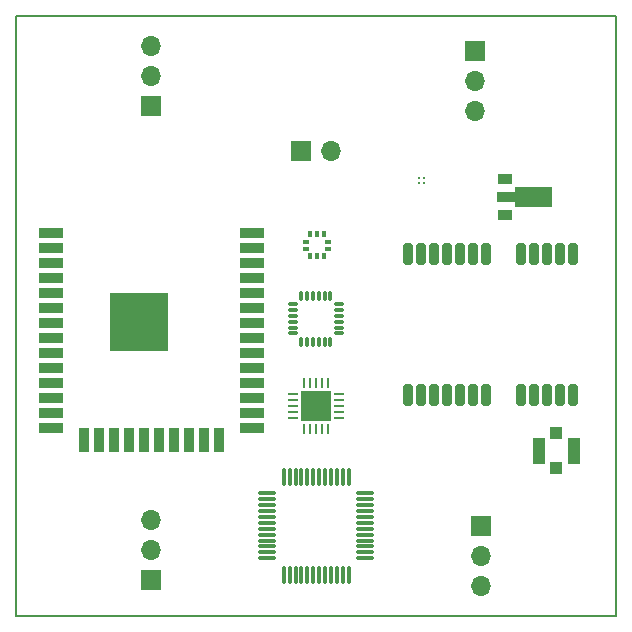
<source format=gbr>
%TF.GenerationSoftware,KiCad,Pcbnew,6.0.4*%
%TF.CreationDate,2022-04-20T20:25:44+02:00*%
%TF.ProjectId,main_pcb,6d61696e-5f70-4636-922e-6b696361645f,rev?*%
%TF.SameCoordinates,Original*%
%TF.FileFunction,Copper,L1,Top*%
%TF.FilePolarity,Positive*%
%FSLAX46Y46*%
G04 Gerber Fmt 4.6, Leading zero omitted, Abs format (unit mm)*
G04 Created by KiCad (PCBNEW 6.0.4) date 2022-04-20 20:25:44*
%MOMM*%
%LPD*%
G01*
G04 APERTURE LIST*
G04 Aperture macros list*
%AMRoundRect*
0 Rectangle with rounded corners*
0 $1 Rounding radius*
0 $2 $3 $4 $5 $6 $7 $8 $9 X,Y pos of 4 corners*
0 Add a 4 corners polygon primitive as box body*
4,1,4,$2,$3,$4,$5,$6,$7,$8,$9,$2,$3,0*
0 Add four circle primitives for the rounded corners*
1,1,$1+$1,$2,$3*
1,1,$1+$1,$4,$5*
1,1,$1+$1,$6,$7*
1,1,$1+$1,$8,$9*
0 Add four rect primitives between the rounded corners*
20,1,$1+$1,$2,$3,$4,$5,0*
20,1,$1+$1,$4,$5,$6,$7,0*
20,1,$1+$1,$6,$7,$8,$9,0*
20,1,$1+$1,$8,$9,$2,$3,0*%
%AMFreePoly0*
4,1,9,3.862500,-0.866500,0.737500,-0.866500,0.737500,-0.450000,-0.737500,-0.450000,-0.737500,0.450000,0.737500,0.450000,0.737500,0.866500,3.862500,0.866500,3.862500,-0.866500,3.862500,-0.866500,$1*%
G04 Aperture macros list end*
%TA.AperFunction,NonConductor*%
%ADD10C,0.200000*%
%TD*%
%TA.AperFunction,ComponentPad*%
%ADD11R,1.700000X1.700000*%
%TD*%
%TA.AperFunction,ComponentPad*%
%ADD12O,1.700000X1.700000*%
%TD*%
%TA.AperFunction,SMDPad,CuDef*%
%ADD13RoundRect,0.062500X-0.350000X-0.062500X0.350000X-0.062500X0.350000X0.062500X-0.350000X0.062500X0*%
%TD*%
%TA.AperFunction,SMDPad,CuDef*%
%ADD14RoundRect,0.062500X-0.062500X-0.350000X0.062500X-0.350000X0.062500X0.350000X-0.062500X0.350000X0*%
%TD*%
%TA.AperFunction,SMDPad,CuDef*%
%ADD15R,2.500000X2.500000*%
%TD*%
%TA.AperFunction,SMDPad,CuDef*%
%ADD16R,2.000000X0.900000*%
%TD*%
%TA.AperFunction,SMDPad,CuDef*%
%ADD17R,0.900000X2.000000*%
%TD*%
%TA.AperFunction,SMDPad,CuDef*%
%ADD18R,5.000000X5.000000*%
%TD*%
%TA.AperFunction,SMDPad,CuDef*%
%ADD19RoundRect,0.075000X-0.350000X-0.075000X0.350000X-0.075000X0.350000X0.075000X-0.350000X0.075000X0*%
%TD*%
%TA.AperFunction,SMDPad,CuDef*%
%ADD20RoundRect,0.075000X0.075000X-0.350000X0.075000X0.350000X-0.075000X0.350000X-0.075000X-0.350000X0*%
%TD*%
%TA.AperFunction,SMDPad,CuDef*%
%ADD21R,1.000000X1.000000*%
%TD*%
%TA.AperFunction,SMDPad,CuDef*%
%ADD22R,1.050000X2.200000*%
%TD*%
%TA.AperFunction,SMDPad,CuDef*%
%ADD23RoundRect,0.100000X-0.175000X-0.100000X0.175000X-0.100000X0.175000X0.100000X-0.175000X0.100000X0*%
%TD*%
%TA.AperFunction,SMDPad,CuDef*%
%ADD24RoundRect,0.100000X-0.100000X-0.175000X0.100000X-0.175000X0.100000X0.175000X-0.100000X0.175000X0*%
%TD*%
%TA.AperFunction,SMDPad,CuDef*%
%ADD25RoundRect,0.075000X-0.662500X-0.075000X0.662500X-0.075000X0.662500X0.075000X-0.662500X0.075000X0*%
%TD*%
%TA.AperFunction,SMDPad,CuDef*%
%ADD26RoundRect,0.075000X-0.075000X-0.662500X0.075000X-0.662500X0.075000X0.662500X-0.075000X0.662500X0*%
%TD*%
%TA.AperFunction,SMDPad,CuDef*%
%ADD27R,1.300000X0.900000*%
%TD*%
%TA.AperFunction,SMDPad,CuDef*%
%ADD28FreePoly0,0.000000*%
%TD*%
%TA.AperFunction,SMDPad,CuDef*%
%ADD29RoundRect,0.200000X0.200000X-0.700000X0.200000X0.700000X-0.200000X0.700000X-0.200000X-0.700000X0*%
%TD*%
%TA.AperFunction,SMDPad,CuDef*%
%ADD30C,0.250000*%
%TD*%
G04 APERTURE END LIST*
D10*
X101600000Y-25400000D02*
X152400000Y-25400000D01*
X152400000Y-25400000D02*
X152400000Y-76200000D01*
X152400000Y-76200000D02*
X101600000Y-76200000D01*
X101600000Y-76200000D02*
X101600000Y-25400000D01*
D11*
%TO.P,bat_power1,1,Pin_1*%
%TO.N,unconnected-(bat_power1-Pad1)*%
X125730000Y-36830000D03*
D12*
%TO.P,bat_power1,2,Pin_2*%
%TO.N,unconnected-(bat_power1-Pad2)*%
X128270000Y-36830000D03*
%TD*%
D13*
%TO.P,U2,1,CE*%
%TO.N,CE*%
X125062500Y-57420000D03*
%TO.P,U2,2,CSN*%
%TO.N,CSN*%
X125062500Y-57920000D03*
%TO.P,U2,3,SCK*%
%TO.N,SCK*%
X125062500Y-58420000D03*
%TO.P,U2,4,MOSI*%
%TO.N,MISO*%
X125062500Y-58920000D03*
%TO.P,U2,5,MISO*%
%TO.N,MOSI*%
X125062500Y-59420000D03*
D14*
%TO.P,U2,6,IRQ*%
%TO.N,IRQ*%
X126000000Y-60357500D03*
%TO.P,U2,7,VDD*%
%TO.N,+3V3*%
X126500000Y-60357500D03*
%TO.P,U2,8,VSS*%
%TO.N,GND*%
X127000000Y-60357500D03*
%TO.P,U2,9,XC2*%
%TO.N,Net-(C1-Pad1)*%
X127500000Y-60357500D03*
%TO.P,U2,10,XC1*%
%TO.N,Net-(C2-Pad1)*%
X128000000Y-60357500D03*
D13*
%TO.P,U2,11,VDD_PA*%
%TO.N,Net-(C3-Pad2)*%
X128937500Y-59420000D03*
%TO.P,U2,12,ANT1*%
%TO.N,Net-(L2-Pad1)*%
X128937500Y-58920000D03*
%TO.P,U2,13,ANT2*%
%TO.N,Net-(L3-Pad1)*%
X128937500Y-58420000D03*
%TO.P,U2,14,VSS*%
%TO.N,GND*%
X128937500Y-57920000D03*
%TO.P,U2,15,VDD*%
%TO.N,+3V3*%
X128937500Y-57420000D03*
D14*
%TO.P,U2,16,IREF*%
%TO.N,Net-(R2-Pad1)*%
X128000000Y-56482500D03*
%TO.P,U2,17,VSS*%
%TO.N,GND*%
X127500000Y-56482500D03*
%TO.P,U2,18,VDD*%
%TO.N,+3V3*%
X127000000Y-56482500D03*
%TO.P,U2,19,DVDD*%
%TO.N,Net-(C7-Pad2)*%
X126500000Y-56482500D03*
%TO.P,U2,20,VSS*%
%TO.N,GND*%
X126000000Y-56482500D03*
D15*
%TO.P,U2,21*%
%TO.N,N/C*%
X127000000Y-58420000D03*
%TD*%
D12*
%TO.P,M4,3,Pin_3*%
%TO.N,unconnected-(M4-Pad3)*%
X113030000Y-68120000D03*
%TO.P,M4,2,Pin_2*%
%TO.N,unconnected-(M4-Pad2)*%
X113030000Y-70660000D03*
D11*
%TO.P,M4,1,Pin_1*%
%TO.N,unconnected-(M4-Pad1)*%
X113030000Y-73200000D03*
%TD*%
%TO.P,M3,1,Pin_1*%
%TO.N,unconnected-(M3-Pad1)*%
X140400000Y-28400000D03*
D12*
%TO.P,M3,2,Pin_2*%
%TO.N,unconnected-(M3-Pad2)*%
X140400000Y-30940000D03*
%TO.P,M3,3,Pin_3*%
%TO.N,unconnected-(M3-Pad3)*%
X140400000Y-33480000D03*
%TD*%
%TO.P,M2,3,Pin_3*%
%TO.N,unconnected-(M2-Pad3)*%
X140970000Y-73660000D03*
%TO.P,M2,2,Pin_2*%
%TO.N,unconnected-(M2-Pad2)*%
X140970000Y-71120000D03*
D11*
%TO.P,M2,1,Pin_1*%
%TO.N,unconnected-(M2-Pad1)*%
X140970000Y-68580000D03*
%TD*%
D12*
%TO.P,M1,3,Pin_3*%
%TO.N,unconnected-(M1-Pad3)*%
X113030000Y-27940000D03*
%TO.P,M1,2,Pin_2*%
%TO.N,unconnected-(M1-Pad2)*%
X113030000Y-30480000D03*
D11*
%TO.P,M1,1,Pin_1*%
%TO.N,unconnected-(M1-Pad1)*%
X113030000Y-33020000D03*
%TD*%
D16*
%TO.P,U8,1,GND*%
%TO.N,Net-(U8-Pad1)*%
X104530000Y-43815000D03*
%TO.P,U8,2,VDD*%
%TO.N,unconnected-(U8-Pad2)*%
X104530000Y-45085000D03*
%TO.P,U8,3,EN*%
%TO.N,unconnected-(U8-Pad3)*%
X104530000Y-46355000D03*
%TO.P,U8,4,SENSOR_VP*%
%TO.N,unconnected-(U8-Pad4)*%
X104530000Y-47625000D03*
%TO.P,U8,5,SENSOR_VN*%
%TO.N,unconnected-(U8-Pad5)*%
X104530000Y-48895000D03*
%TO.P,U8,6,IO34*%
%TO.N,unconnected-(U8-Pad6)*%
X104530000Y-50165000D03*
%TO.P,U8,7,IO35*%
%TO.N,unconnected-(U8-Pad7)*%
X104530000Y-51435000D03*
%TO.P,U8,8,IO32*%
%TO.N,unconnected-(U8-Pad8)*%
X104530000Y-52705000D03*
%TO.P,U8,9,IO33*%
%TO.N,unconnected-(U8-Pad9)*%
X104530000Y-53975000D03*
%TO.P,U8,10,IO25*%
%TO.N,unconnected-(U8-Pad10)*%
X104530000Y-55245000D03*
%TO.P,U8,11,IO26*%
%TO.N,unconnected-(U8-Pad11)*%
X104530000Y-56515000D03*
%TO.P,U8,12,IO27*%
%TO.N,unconnected-(U8-Pad12)*%
X104530000Y-57785000D03*
%TO.P,U8,13,IO14*%
%TO.N,unconnected-(U8-Pad13)*%
X104530000Y-59055000D03*
%TO.P,U8,14,IO12*%
%TO.N,unconnected-(U8-Pad14)*%
X104530000Y-60325000D03*
D17*
%TO.P,U8,15,GND*%
%TO.N,Net-(U8-Pad1)*%
X107315000Y-61325000D03*
%TO.P,U8,16,IO13*%
%TO.N,unconnected-(U8-Pad16)*%
X108585000Y-61325000D03*
%TO.P,U8,17,SHD/SD2*%
%TO.N,unconnected-(U8-Pad17)*%
X109855000Y-61325000D03*
%TO.P,U8,18,SWP/SD3*%
%TO.N,unconnected-(U8-Pad18)*%
X111125000Y-61325000D03*
%TO.P,U8,19,SCS/CMD*%
%TO.N,unconnected-(U8-Pad19)*%
X112395000Y-61325000D03*
%TO.P,U8,20,SCK/CLK*%
%TO.N,unconnected-(U8-Pad20)*%
X113665000Y-61325000D03*
%TO.P,U8,21,SDO/SD0*%
%TO.N,unconnected-(U8-Pad21)*%
X114935000Y-61325000D03*
%TO.P,U8,22,SDI/SD1*%
%TO.N,unconnected-(U8-Pad22)*%
X116205000Y-61325000D03*
%TO.P,U8,23,IO15*%
%TO.N,unconnected-(U8-Pad23)*%
X117475000Y-61325000D03*
%TO.P,U8,24,IO2*%
%TO.N,unconnected-(U8-Pad24)*%
X118745000Y-61325000D03*
D16*
%TO.P,U8,25,IO0*%
%TO.N,unconnected-(U8-Pad25)*%
X121530000Y-60325000D03*
%TO.P,U8,26,IO4*%
%TO.N,unconnected-(U8-Pad26)*%
X121530000Y-59055000D03*
%TO.P,U8,27,IO16*%
%TO.N,unconnected-(U8-Pad27)*%
X121530000Y-57785000D03*
%TO.P,U8,28,IO17*%
%TO.N,unconnected-(U8-Pad28)*%
X121530000Y-56515000D03*
%TO.P,U8,29,IO5*%
%TO.N,unconnected-(U8-Pad29)*%
X121530000Y-55245000D03*
%TO.P,U8,30,IO18*%
%TO.N,unconnected-(U8-Pad30)*%
X121530000Y-53975000D03*
%TO.P,U8,31,IO19*%
%TO.N,unconnected-(U8-Pad31)*%
X121530000Y-52705000D03*
%TO.P,U8,32,NC*%
%TO.N,unconnected-(U8-Pad32)*%
X121530000Y-51435000D03*
%TO.P,U8,33,IO21*%
%TO.N,unconnected-(U8-Pad33)*%
X121530000Y-50165000D03*
%TO.P,U8,34,RXD0/IO3*%
%TO.N,unconnected-(U8-Pad34)*%
X121530000Y-48895000D03*
%TO.P,U8,35,TXD0/IO1*%
%TO.N,unconnected-(U8-Pad35)*%
X121530000Y-47625000D03*
%TO.P,U8,36,IO22*%
%TO.N,unconnected-(U8-Pad36)*%
X121530000Y-46355000D03*
%TO.P,U8,37,IO23*%
%TO.N,unconnected-(U8-Pad37)*%
X121530000Y-45085000D03*
%TO.P,U8,38,GND*%
%TO.N,Net-(U8-Pad1)*%
X121530000Y-43815000D03*
D18*
%TO.P,U8,39,GND*%
X112030000Y-51315000D03*
%TD*%
D19*
%TO.P,U4,1,CLKIN*%
%TO.N,unconnected-(U4-Pad1)*%
X125000000Y-49800000D03*
%TO.P,U4,2*%
%TO.N,N/C*%
X125000000Y-50300000D03*
%TO.P,U4,3*%
X125000000Y-50800000D03*
%TO.P,U4,4*%
X125000000Y-51300000D03*
%TO.P,U4,5*%
X125000000Y-51800000D03*
%TO.P,U4,6,AUX_SDA*%
%TO.N,unconnected-(U4-Pad6)*%
X125000000Y-52300000D03*
D20*
%TO.P,U4,7,AUX_SCL*%
%TO.N,unconnected-(U4-Pad7)*%
X125700000Y-53000000D03*
%TO.P,U4,8,VDDIO*%
%TO.N,unconnected-(U4-Pad8)*%
X126200000Y-53000000D03*
%TO.P,U4,9,AD0*%
%TO.N,unconnected-(U4-Pad9)*%
X126700000Y-53000000D03*
%TO.P,U4,10,REGOUT*%
%TO.N,unconnected-(U4-Pad10)*%
X127200000Y-53000000D03*
%TO.P,U4,11,FSYNC*%
%TO.N,unconnected-(U4-Pad11)*%
X127700000Y-53000000D03*
%TO.P,U4,12,INT*%
%TO.N,unconnected-(U4-Pad12)*%
X128200000Y-53000000D03*
D19*
%TO.P,U4,13,VDD*%
%TO.N,unconnected-(U4-Pad13)*%
X128900000Y-52300000D03*
%TO.P,U4,14*%
%TO.N,N/C*%
X128900000Y-51800000D03*
%TO.P,U4,15*%
X128900000Y-51300000D03*
%TO.P,U4,16*%
X128900000Y-50800000D03*
%TO.P,U4,17*%
X128900000Y-50300000D03*
%TO.P,U4,18,GND*%
%TO.N,unconnected-(U4-Pad18)*%
X128900000Y-49800000D03*
D20*
%TO.P,U4,19*%
%TO.N,N/C*%
X128200000Y-49100000D03*
%TO.P,U4,20,CPOUT*%
%TO.N,unconnected-(U4-Pad20)*%
X127700000Y-49100000D03*
%TO.P,U4,21*%
%TO.N,N/C*%
X127200000Y-49100000D03*
%TO.P,U4,22*%
X126700000Y-49100000D03*
%TO.P,U4,23,SCL*%
%TO.N,unconnected-(U4-Pad23)*%
X126200000Y-49100000D03*
%TO.P,U4,24,SDA*%
%TO.N,unconnected-(U4-Pad24)*%
X125700000Y-49100000D03*
%TD*%
D21*
%TO.P,REF\u002A\u002A,1*%
%TO.N,N/C*%
X147320000Y-63730000D03*
D22*
%TO.P,REF\u002A\u002A,2*%
X148795000Y-62230000D03*
X145845000Y-62230000D03*
D21*
X147320000Y-60730000D03*
%TD*%
D23*
%TO.P,U6,1,VDDio*%
%TO.N,unconnected-(U6-Pad1)*%
X126145000Y-44520000D03*
%TO.P,U6,2,SCL/SCLK*%
%TO.N,unconnected-(U6-Pad2)*%
X126145000Y-45120000D03*
D24*
%TO.P,U6,3,GND*%
%TO.N,Net-(U6-Pad3)*%
X126470000Y-45745000D03*
%TO.P,U6,4,SDA/MOSI*%
%TO.N,unconnected-(U6-Pad4)*%
X127070000Y-45745000D03*
%TO.P,U6,5,SA0/MISO*%
%TO.N,unconnected-(U6-Pad5)*%
X127670000Y-45745000D03*
D23*
%TO.P,U6,6,~{CS}*%
%TO.N,unconnected-(U6-Pad6)*%
X127995000Y-45120000D03*
%TO.P,U6,7,INT_DRDY*%
%TO.N,unconnected-(U6-Pad7)*%
X127995000Y-44520000D03*
D24*
%TO.P,U6,8,GND*%
%TO.N,Net-(U6-Pad3)*%
X127670000Y-43895000D03*
%TO.P,U6,9,GND*%
X127070000Y-43895000D03*
%TO.P,U6,10,VDD*%
%TO.N,unconnected-(U6-Pad10)*%
X126470000Y-43895000D03*
%TD*%
D25*
%TO.P,U1,1,VLCD*%
%TO.N,unconnected-(U1-Pad1)*%
X122837500Y-65830000D03*
%TO.P,U1,2,PC13*%
%TO.N,unconnected-(U1-Pad2)*%
X122837500Y-66330000D03*
%TO.P,U1,3,PC14*%
%TO.N,unconnected-(U1-Pad3)*%
X122837500Y-66830000D03*
%TO.P,U1,4,PC15*%
%TO.N,unconnected-(U1-Pad4)*%
X122837500Y-67330000D03*
%TO.P,U1,5,PH0*%
%TO.N,unconnected-(U1-Pad5)*%
X122837500Y-67830000D03*
%TO.P,U1,6,PH1*%
%TO.N,unconnected-(U1-Pad6)*%
X122837500Y-68330000D03*
%TO.P,U1,7,NRST*%
%TO.N,unconnected-(U1-Pad7)*%
X122837500Y-68830000D03*
%TO.P,U1,8,VSSA*%
%TO.N,unconnected-(U1-Pad8)*%
X122837500Y-69330000D03*
%TO.P,U1,9,VDDA*%
%TO.N,unconnected-(U1-Pad9)*%
X122837500Y-69830000D03*
%TO.P,U1,10,PA0*%
%TO.N,unconnected-(U1-Pad10)*%
X122837500Y-70330000D03*
%TO.P,U1,11,PA1*%
%TO.N,unconnected-(U1-Pad11)*%
X122837500Y-70830000D03*
%TO.P,U1,12,PA2*%
%TO.N,unconnected-(U1-Pad12)*%
X122837500Y-71330000D03*
D26*
%TO.P,U1,13,PA3*%
%TO.N,unconnected-(U1-Pad13)*%
X124250000Y-72742500D03*
%TO.P,U1,14,PA4*%
%TO.N,unconnected-(U1-Pad14)*%
X124750000Y-72742500D03*
%TO.P,U1,15,PA5*%
%TO.N,unconnected-(U1-Pad15)*%
X125250000Y-72742500D03*
%TO.P,U1,16,PA6*%
%TO.N,unconnected-(U1-Pad16)*%
X125750000Y-72742500D03*
%TO.P,U1,17,PA7*%
%TO.N,unconnected-(U1-Pad17)*%
X126250000Y-72742500D03*
%TO.P,U1,18,PB0*%
%TO.N,unconnected-(U1-Pad18)*%
X126750000Y-72742500D03*
%TO.P,U1,19,PB1*%
%TO.N,unconnected-(U1-Pad19)*%
X127250000Y-72742500D03*
%TO.P,U1,20,PB2*%
%TO.N,unconnected-(U1-Pad20)*%
X127750000Y-72742500D03*
%TO.P,U1,21,PB10*%
%TO.N,unconnected-(U1-Pad21)*%
X128250000Y-72742500D03*
%TO.P,U1,22,PB11*%
%TO.N,unconnected-(U1-Pad22)*%
X128750000Y-72742500D03*
%TO.P,U1,23,VSS*%
%TO.N,unconnected-(U1-Pad23)*%
X129250000Y-72742500D03*
%TO.P,U1,24,VDD*%
%TO.N,unconnected-(U1-Pad24)*%
X129750000Y-72742500D03*
D25*
%TO.P,U1,25,PB12*%
%TO.N,unconnected-(U1-Pad25)*%
X131162500Y-71330000D03*
%TO.P,U1,26,PB13*%
%TO.N,unconnected-(U1-Pad26)*%
X131162500Y-70830000D03*
%TO.P,U1,27,PB14*%
%TO.N,unconnected-(U1-Pad27)*%
X131162500Y-70330000D03*
%TO.P,U1,28,PB15*%
%TO.N,unconnected-(U1-Pad28)*%
X131162500Y-69830000D03*
%TO.P,U1,29,PA8*%
%TO.N,unconnected-(U1-Pad29)*%
X131162500Y-69330000D03*
%TO.P,U1,30,PA9*%
%TO.N,unconnected-(U1-Pad30)*%
X131162500Y-68830000D03*
%TO.P,U1,31,PA10*%
%TO.N,unconnected-(U1-Pad31)*%
X131162500Y-68330000D03*
%TO.P,U1,32,PA11*%
%TO.N,unconnected-(U1-Pad32)*%
X131162500Y-67830000D03*
%TO.P,U1,33,PA12*%
%TO.N,unconnected-(U1-Pad33)*%
X131162500Y-67330000D03*
%TO.P,U1,34,PA13*%
%TO.N,unconnected-(U1-Pad34)*%
X131162500Y-66830000D03*
%TO.P,U1,35,VSS*%
%TO.N,unconnected-(U1-Pad35)*%
X131162500Y-66330000D03*
%TO.P,U1,36,VDDIO2*%
%TO.N,unconnected-(U1-Pad36)*%
X131162500Y-65830000D03*
D26*
%TO.P,U1,37,PA14*%
%TO.N,unconnected-(U1-Pad37)*%
X129750000Y-64417500D03*
%TO.P,U1,38,PA15*%
%TO.N,unconnected-(U1-Pad38)*%
X129250000Y-64417500D03*
%TO.P,U1,39,PB3*%
%TO.N,unconnected-(U1-Pad39)*%
X128750000Y-64417500D03*
%TO.P,U1,40,PB4*%
%TO.N,unconnected-(U1-Pad40)*%
X128250000Y-64417500D03*
%TO.P,U1,41,PB5*%
%TO.N,unconnected-(U1-Pad41)*%
X127750000Y-64417500D03*
%TO.P,U1,42,PB6*%
%TO.N,unconnected-(U1-Pad42)*%
X127250000Y-64417500D03*
%TO.P,U1,43,PB7*%
%TO.N,unconnected-(U1-Pad43)*%
X126750000Y-64417500D03*
%TO.P,U1,44,BOOT0*%
%TO.N,unconnected-(U1-Pad44)*%
X126250000Y-64417500D03*
%TO.P,U1,45,PB8*%
%TO.N,unconnected-(U1-Pad45)*%
X125750000Y-64417500D03*
%TO.P,U1,46,PB9*%
%TO.N,unconnected-(U1-Pad46)*%
X125250000Y-64417500D03*
%TO.P,U1,47,VSS*%
%TO.N,unconnected-(U1-Pad47)*%
X124750000Y-64417500D03*
%TO.P,U1,48,VDD*%
%TO.N,unconnected-(U1-Pad48)*%
X124250000Y-64417500D03*
%TD*%
D27*
%TO.P,U5,1,OUT*%
%TO.N,unconnected-(U5-Pad1)*%
X142980000Y-39240000D03*
D28*
%TO.P,U5,2,GND*%
%TO.N,unconnected-(U5-Pad2)*%
X143067500Y-40740000D03*
D27*
%TO.P,U5,3,IN*%
%TO.N,unconnected-(U5-Pad3)*%
X142980000Y-42240000D03*
%TD*%
D29*
%TO.P,U7,24,GND*%
%TO.N,Net-(U7-Pad10)*%
X134740000Y-45540000D03*
%TO.P,U7,23,VCC*%
%TO.N,unconnected-(U7-Pad23)*%
X135840000Y-45540000D03*
%TO.P,U7,22,V_BCKP*%
%TO.N,unconnected-(U7-Pad22)*%
X136940000Y-45540000D03*
%TO.P,U7,21,RXD/SPI_MOSI*%
%TO.N,unconnected-(U7-Pad21)*%
X138040000Y-45540000D03*
%TO.P,U7,20,TXD/SPI_MISO*%
%TO.N,unconnected-(U7-Pad20)*%
X139140000Y-45540000D03*
%TO.P,U7,19,SCL/SPI_CLK*%
%TO.N,unconnected-(U7-Pad19)*%
X140240000Y-45540000D03*
%TO.P,U7,18,SDA/~{SPI_CS}*%
%TO.N,unconnected-(U7-Pad18)*%
X141340000Y-45540000D03*
%TO.P,U7,17,RESERVED*%
%TO.N,unconnected-(U7-Pad17)*%
X144340000Y-45540000D03*
%TO.P,U7,16,RESERVED*%
%TO.N,unconnected-(U7-Pad16)*%
X145440000Y-45540000D03*
%TO.P,U7,15,RESERVED*%
%TO.N,unconnected-(U7-Pad15)*%
X146540000Y-45540000D03*
%TO.P,U7,14,LNA_EN*%
%TO.N,unconnected-(U7-Pad14)*%
X147640000Y-45540000D03*
%TO.P,U7,13,GND*%
%TO.N,Net-(U7-Pad10)*%
X148740000Y-45540000D03*
%TO.P,U7,12,GND*%
X148740000Y-57540000D03*
%TO.P,U7,11,RF_IN*%
%TO.N,unconnected-(U7-Pad11)*%
X147640000Y-57540000D03*
%TO.P,U7,10,GND*%
%TO.N,Net-(U7-Pad10)*%
X146540000Y-57540000D03*
%TO.P,U7,9,VCC_RF*%
%TO.N,unconnected-(U7-Pad9)*%
X145440000Y-57540000D03*
%TO.P,U7,8,~{RESET}*%
%TO.N,unconnected-(U7-Pad8)*%
X144340000Y-57540000D03*
%TO.P,U7,7,VDD_USB*%
%TO.N,unconnected-(U7-Pad7)*%
X141340000Y-57540000D03*
%TO.P,U7,6,USB_DP*%
%TO.N,unconnected-(U7-Pad6)*%
X140240000Y-57540000D03*
%TO.P,U7,5,USB_DM*%
%TO.N,unconnected-(U7-Pad5)*%
X139140000Y-57540000D03*
%TO.P,U7,4,EXTINT*%
%TO.N,unconnected-(U7-Pad4)*%
X138040000Y-57540000D03*
%TO.P,U7,3,TIMEPULSE*%
%TO.N,unconnected-(U7-Pad3)*%
X136940000Y-57540000D03*
%TO.P,U7,2,D_SEL*%
%TO.N,unconnected-(U7-Pad2)*%
X135840000Y-57540000D03*
%TO.P,U7,1,~{SAFEBOOT}*%
%TO.N,unconnected-(U7-Pad1)*%
X134740000Y-57540000D03*
%TD*%
D30*
%TO.P,U3,A1,VSA*%
%TO.N,unconnected-(U3-PadA1)*%
X135690000Y-39170000D03*
%TO.P,U3,A2,SCL*%
%TO.N,unconnected-(U3-PadA2)*%
X136090000Y-39170000D03*
%TO.P,U3,B1,VDD*%
%TO.N,unconnected-(U3-PadB1)*%
X135690000Y-39570000D03*
%TO.P,U3,B2,SDA*%
%TO.N,unconnected-(U3-PadB2)*%
X136090000Y-39570000D03*
%TD*%
M02*

</source>
